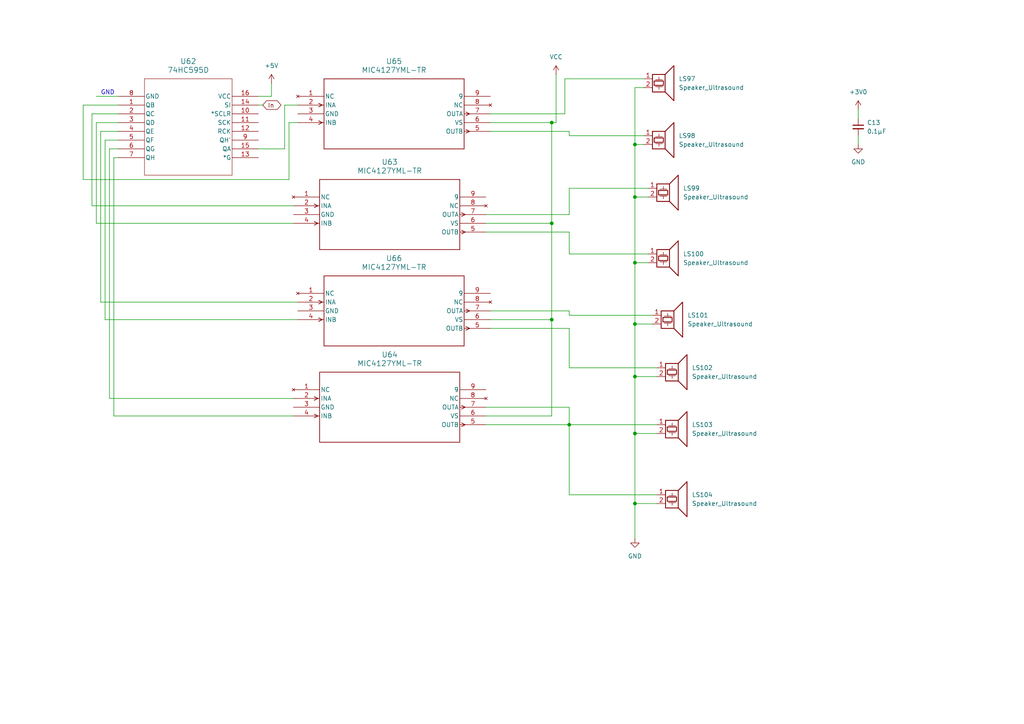
<source format=kicad_sch>
(kicad_sch (version 20250114) (generator "eeschema") (generator_version "9.0")
  (paper "A4")
  (lib_symbols
    (symbol "2025-12-28_09-02-17:MIC4127YML-TR" (pin_names (offset 0.254))
      (property "Reference" "U" (at 27.94 10.16 0))
      (property "Value" "MIC4127YML-TR" (at 27.94 7.62 0))
      (symbol "MIC4127YML-TR_0_1"
        (polyline (pts (xy 7.0993 -2.54) (xy 6.0579 -2.0193)) (stroke (width 0.2032)))
        (polyline (pts (xy 7.0993 -2.54) (xy 6.0579 -3.0607)) (stroke (width 0.2032)))
        (polyline (pts (xy 7.0993 -7.62) (xy 6.0579 -7.0993)) (stroke (width 0.2032)))
        (polyline (pts (xy 7.0993 -7.62) (xy 6.0579 -8.1407)) (stroke (width 0.2032)))
        (polyline (pts (xy 7.62 5.08) (xy 7.62 -15.24)) (stroke (width 0.2032)))
        (polyline (pts (xy 7.62 -15.24) (xy 48.26 -15.24)) (stroke (width 0.2032)))
        (polyline (pts (xy 48.26 5.08) (xy 7.62 5.08)) (stroke (width 0.2032)))
        (polyline (pts (xy 48.26 -15.24) (xy 48.26 5.08)) (stroke (width 0.2032)))
        (polyline (pts (xy 48.7807 -4.5593) (xy 49.8221 -5.08)) (stroke (width 0.2032)))
        (polyline (pts (xy 48.7807 -5.6007) (xy 49.8221 -5.08)) (stroke (width 0.2032)))
        (polyline (pts (xy 48.7807 -9.6393) (xy 49.8221 -10.16)) (stroke (width 0.2032)))
        (polyline (pts (xy 48.7807 -10.6807) (xy 49.8221 -10.16)) (stroke (width 0.2032)))
        (pin no_connect line (at 0 0 0) (length 7.62) (name "NC") (number "1"))
        (pin input line (at 0 -2.54 0) (length 7.62) (name "INA") (number "2"))
        (pin power_in line (at 0 -5.08 0) (length 7.62) (name "GND") (number "3"))
        (pin input line (at 0 -7.62 0) (length 7.62) (name "INB") (number "4"))
        (pin unspecified line (at 55.88 0 180) (length 7.62) (name "9") (number "9"))
        (pin no_connect line (at 55.88 -2.54 180) (length 7.62) (name "NC") (number "8"))
        (pin output line (at 55.88 -5.08 180) (length 7.62) (name "OUTA") (number "7"))
        (pin power_in line (at 55.88 -7.62 180) (length 7.62) (name "VS") (number "6"))
        (pin output line (at 55.88 -10.16 180) (length 7.62) (name "OUTB") (number "5"))
      )
    )
    (symbol "2025-12-28_09-22-42:74HC595D" (pin_names (offset 0.254))
      (property "Reference" "U" (at 20.32 10.16 0))
      (property "Value" "74HC595D" (at 20.32 7.62 0))
      (symbol "74HC595D_0_1"
        (polyline (pts (xy 7.62 5.08) (xy 7.62 -22.86)) (stroke (width 0.127)))
        (polyline (pts (xy 7.62 -22.86) (xy 33.02 -22.86)) (stroke (width 0.127)))
        (polyline (pts (xy 33.02 5.08) (xy 7.62 5.08)) (stroke (width 0.127)))
        (polyline (pts (xy 33.02 -22.86) (xy 33.02 5.08)) (stroke (width 0.127)))
        (pin power_out line (at 0 0 0) (length 7.62) (name "GND") (number "8"))
        (pin output line (at 0 -2.54 0) (length 7.62) (name "QB") (number "1"))
        (pin output line (at 0 -5.08 0) (length 7.62) (name "QC") (number "2"))
        (pin output line (at 0 -7.62 0) (length 7.62) (name "QD") (number "3"))
        (pin output line (at 0 -10.16 0) (length 7.62) (name "QE") (number "4"))
        (pin output line (at 0 -12.7 0) (length 7.62) (name "QF") (number "5"))
        (pin output line (at 0 -15.24 0) (length 7.62) (name "QG") (number "6"))
        (pin output line (at 0 -17.78 0) (length 7.62) (name "QH") (number "7"))
        (pin power_in line (at 40.64 0 180) (length 7.62) (name "VCC") (number "16"))
        (pin input line (at 40.64 -2.54 180) (length 7.62) (name "SI") (number "14"))
        (pin input line (at 40.64 -5.08 180) (length 7.62) (name "*SCLR") (number "10"))
        (pin input line (at 40.64 -7.62 180) (length 7.62) (name "SCK") (number "11"))
        (pin input line (at 40.64 -10.16 180) (length 7.62) (name "RCK") (number "12"))
        (pin output line (at 40.64 -12.7 180) (length 7.62) (name "QH'") (number "9"))
        (pin output line (at 40.64 -15.24 180) (length 7.62) (name "QA") (number "15"))
        (pin input line (at 40.64 -17.78 180) (length 7.62) (name "*G") (number "13"))
      )
    )
    (symbol "Device:C_Small" (pin_numbers (hide yes)) (pin_names (offset 0.254) (hide yes))
      (property "Reference" "C" (at 0.254 1.778 0))
      (property "Value" "C_Small" (at 0.254 -2.032 0))
      (symbol "C_Small_0_1"
        (polyline (pts (xy -1.524 0.508) (xy 1.524 0.508)) (stroke (width 0.3048)))
        (polyline (pts (xy -1.524 -0.508) (xy 1.524 -0.508)) (stroke (width 0.3302)))
      )
      (symbol "C_Small_1_1"
        (pin passive line (at 0 2.54 270) (length 2.032) (name "~") (number "1"))
        (pin passive line (at 0 -2.54 90) (length 2.032) (name "~") (number "2"))
      )
    )
    (symbol "Device:Speaker_Ultrasound" (pin_names (offset 0) (hide yes))
      (property "Reference" "LS" (at 0.635 5.715 0))
      (property "Value" "Speaker_Ultrasound" (at 0.635 3.81 0))
      (symbol "Speaker_Ultrasound_0_0"
        (rectangle (start -2.54 1.27) (end 1.143 -3.81) (stroke (width 0.254)))
        (rectangle (start -2.032 -0.635) (end 0.635 -1.905) (stroke (width 0.254)))
        (polyline (pts (xy -1.651 -0.254) (xy 0.381 -0.254)))
        (polyline (pts (xy -1.651 -2.286) (xy 0.381 -2.286)))
        (polyline (pts (xy -0.635 -0.254) (xy -0.635 0.508)))
        (polyline (pts (xy -0.635 -2.286) (xy -0.635 -3.048)))
        (polyline (pts (xy 1.143 1.27) (xy 3.683 3.81) (xy 3.683 -6.35) (xy 1.143 -3.81)) (stroke (width 0.254)))
      )
      (symbol "Speaker_Ultrasound_1_1"
        (pin input line (at -5.08 0 0) (length 2.54) (name "1") (number "1"))
        (pin input line (at -5.08 -2.54 0) (length 2.54) (name "2") (number "2"))
      )
    )
    (symbol "power:+3V0" (power) (pin_numbers (hide yes)) (pin_names (offset 0) (hide yes))
      (property "Value" "+3V0" (at 0 3.556 0))
      (symbol "+3V0_0_1"
        (polyline (pts (xy -0.762 1.27) (xy 0 2.54)))
        (polyline (pts (xy 0 2.54) (xy 0.762 1.27)))
        (polyline (pts (xy 0 0) (xy 0 2.54)))
      )
      (symbol "+3V0_1_1"
        (pin power_in line (at 0 0 90) (length 0) (name "~") (number "1"))
      )
    )
    (symbol "power:+5V" (power) (pin_numbers (hide yes)) (pin_names (offset 0) (hide yes))
      (property "Value" "+5V" (at 0 3.556 0))
      (symbol "+5V_0_1"
        (polyline (pts (xy -0.762 1.27) (xy 0 2.54)))
        (polyline (pts (xy 0 2.54) (xy 0.762 1.27)))
        (polyline (pts (xy 0 0) (xy 0 2.54)))
      )
      (symbol "+5V_1_1"
        (pin power_in line (at 0 0 90) (length 0) (name "~") (number "1"))
      )
    )
    (symbol "power:GND" (power) (pin_numbers (hide yes)) (pin_names (offset 0) (hide yes))
      (property "Value" "GND" (at 0 -3.81 0))
      (symbol "GND_0_1"
        (polyline (pts (xy 0 0) (xy 0 -1.27) (xy 1.27 -1.27) (xy 0 -2.54) (xy -1.27 -1.27) (xy 0 -1.27)))
      )
      (symbol "GND_1_1"
        (pin power_in line (at 0 0 270) (length 0) (name "~") (number "1"))
      )
    )
    (symbol "power:VCC" (power) (pin_numbers (hide yes)) (pin_names (offset 0) (hide yes))
      (property "Value" "VCC" (at 0 3.556 0))
      (symbol "VCC_0_1"
        (polyline (pts (xy -0.762 1.27) (xy 0 2.54)))
        (polyline (pts (xy 0 2.54) (xy 0.762 1.27)))
        (polyline (pts (xy 0 0) (xy 0 2.54)))
      )
      (symbol "VCC_1_1"
        (pin power_in line (at 0 0 90) (length 0) (name "~") (number "1"))
      )
    )
  )
  (text "GND" (at 31.242 26.924 0) (effects (font (size 1.27 1.27))))
  (junction (at 184.15 76.2))
  (junction (at 160.02 92.71))
  (junction (at 184.15 93.98))
  (junction (at 184.15 109.22))
  (junction (at 165.1 123.19))
  (junction (at 160.02 35.56))
  (junction (at 184.15 57.15))
  (junction (at 184.15 125.73))
  (junction (at 184.15 146.05))
  (junction (at 184.15 41.91))
  (junction (at 160.02 64.77))
  (wire (pts (xy 24.13 30.48) (xy 24.13 52.07)))
  (wire (pts (xy 31.75 115.57) (xy 85.09 115.57)))
  (wire (pts (xy 190.5 146.05) (xy 184.15 146.05)))
  (wire (pts (xy 33.02 120.65) (xy 85.09 120.65)))
  (wire (pts (xy 29.21 87.63) (xy 86.36 87.63)))
  (wire (pts (xy 165.1 106.68) (xy 190.5 106.68)))
  (wire (pts (xy 184.15 125.73) (xy 190.5 125.73)))
  (wire (pts (xy 184.15 109.22) (xy 184.15 125.73)))
  (wire (pts (xy 160.02 35.56) (xy 161.29 35.56)))
  (wire (pts (xy 142.24 38.1) (xy 165.1 38.1)))
  (wire (pts (xy 34.29 35.56) (xy 27.94 35.56)))
  (wire (pts (xy 74.93 43.18) (xy 82.55 43.18)))
  (wire (pts (xy 160.02 92.71) (xy 160.02 120.65)))
  (wire (pts (xy 78.74 24.13) (xy 78.74 27.94)))
  (wire (pts (xy 140.97 64.77) (xy 160.02 64.77)))
  (wire (pts (xy 140.97 118.11) (xy 165.1 118.11)))
  (wire (pts (xy 142.24 95.25) (xy 165.1 95.25)))
  (wire (pts (xy 24.13 52.07) (xy 83.82 52.07)))
  (wire (pts (xy 160.02 35.56) (xy 160.02 64.77)))
  (wire (pts (xy 248.92 31.75) (xy 248.92 34.29)))
  (wire (pts (xy 165.1 91.44) (xy 189.23 91.44)))
  (wire (pts (xy 142.24 90.17) (xy 165.1 90.17)))
  (wire (pts (xy 184.15 57.15) (xy 184.15 76.2)))
  (wire (pts (xy 161.29 21.59) (xy 161.29 35.56)))
  (wire (pts (xy 165.1 62.23) (xy 165.1 54.61)))
  (wire (pts (xy 165.1 123.19) (xy 190.5 123.19)))
  (wire (pts (xy 33.02 45.72) (xy 33.02 120.65)))
  (wire (pts (xy 184.15 109.22) (xy 190.5 109.22)))
  (wire (pts (xy 34.29 40.64) (xy 30.48 40.64)))
  (wire (pts (xy 165.1 38.1) (xy 165.1 39.37)))
  (wire (pts (xy 163.83 33.02) (xy 163.83 22.86)))
  (wire (pts (xy 163.83 22.86) (xy 186.69 22.86)))
  (wire (pts (xy 74.93 27.94) (xy 78.74 27.94)))
  (wire (pts (xy 34.29 38.1) (xy 29.21 38.1)))
  (wire (pts (xy 26.67 59.69) (xy 85.09 59.69)))
  (wire (pts (xy 31.75 43.18) (xy 31.75 115.57)))
  (wire (pts (xy 83.82 52.07) (xy 83.82 35.56)))
  (wire (pts (xy 160.02 64.77) (xy 160.02 92.71)))
  (wire (pts (xy 34.29 45.72) (xy 33.02 45.72)))
  (wire (pts (xy 29.21 38.1) (xy 29.21 87.63)))
  (wire (pts (xy 82.55 30.48) (xy 86.36 30.48)))
  (wire (pts (xy 165.1 67.31) (xy 165.1 73.66)))
  (wire (pts (xy 26.67 33.02) (xy 26.67 59.69)))
  (wire (pts (xy 165.1 123.19) (xy 165.1 143.51)))
  (wire (pts (xy 27.94 35.56) (xy 27.94 64.77)))
  (wire (pts (xy 165.1 90.17) (xy 165.1 91.44)))
  (wire (pts (xy 184.15 57.15) (xy 187.96 57.15)))
  (wire (pts (xy 184.15 76.2) (xy 184.15 93.98)))
  (wire (pts (xy 184.15 41.91) (xy 186.69 41.91)))
  (wire (pts (xy 184.15 25.4) (xy 184.15 41.91)))
  (wire (pts (xy 140.97 67.31) (xy 165.1 67.31)))
  (wire (pts (xy 27.94 27.94) (xy 34.29 27.94)))
  (wire (pts (xy 142.24 33.02) (xy 163.83 33.02)))
  (wire (pts (xy 165.1 54.61) (xy 187.96 54.61)))
  (wire (pts (xy 184.15 76.2) (xy 187.96 76.2)))
  (wire (pts (xy 248.92 39.37) (xy 248.92 41.91)))
  (wire (pts (xy 184.15 41.91) (xy 184.15 57.15)))
  (wire (pts (xy 34.29 43.18) (xy 31.75 43.18)))
  (wire (pts (xy 30.48 92.71) (xy 86.36 92.71)))
  (wire (pts (xy 34.29 33.02) (xy 26.67 33.02)))
  (wire (pts (xy 165.1 73.66) (xy 187.96 73.66)))
  (wire (pts (xy 165.1 95.25) (xy 165.1 106.68)))
  (wire (pts (xy 165.1 39.37) (xy 186.69 39.37)))
  (wire (pts (xy 34.29 30.48) (xy 24.13 30.48)))
  (wire (pts (xy 165.1 118.11) (xy 165.1 123.19)))
  (wire (pts (xy 184.15 146.05) (xy 184.15 156.21)))
  (wire (pts (xy 184.15 93.98) (xy 184.15 109.22)))
  (wire (pts (xy 184.15 93.98) (xy 189.23 93.98)))
  (wire (pts (xy 140.97 62.23) (xy 165.1 62.23)))
  (wire (pts (xy 82.55 43.18) (xy 82.55 30.48)))
  (wire (pts (xy 74.93 30.48) (xy 76.2 30.48)))
  (wire (pts (xy 140.97 123.19) (xy 165.1 123.19)))
  (wire (pts (xy 142.24 35.56) (xy 160.02 35.56)))
  (wire (pts (xy 165.1 143.51) (xy 190.5 143.51)))
  (wire (pts (xy 142.24 92.71) (xy 160.02 92.71)))
  (wire (pts (xy 140.97 120.65) (xy 160.02 120.65)))
  (wire (pts (xy 83.82 35.56) (xy 86.36 35.56)))
  (wire (pts (xy 30.48 40.64) (xy 30.48 92.71)))
  (wire (pts (xy 27.94 64.77) (xy 85.09 64.77)))
  (wire (pts (xy 184.15 125.73) (xy 184.15 146.05)))
  (wire (pts (xy 186.69 25.4) (xy 184.15 25.4)))
  (global_label "In" (shape bidirectional) (at 76.2 30.48 0) (property "Intersheetrefs" "${INTERSHEET_REFS}" (effects (hide yes))))
  (symbol (lib_id "Device:Speaker_Ultrasound") (at 194.31 91.44 0) (unit 1)
    (property "Reference" "LS101" (at 199.39 91.4399 0) (effects (justify left)))
    (property "Value" "Speaker_Ultrasound" (at 199.39 93.9799 0) (effects (justify left)))
    (property "Description" "Ultrasonic transducer" (effects (hide yes)))
  )
  (symbol (lib_id "2025-12-28_09-22-42:74HC595D") (at 34.29 27.94 0) (unit 1)
    (property "Reference" "U62" (at 54.61 17.78 0) (effects (font (size 1.524 1.524))))
    (property "Value" "74HC595D" (at 54.61 20.32 0) (effects (font (size 1.524 1.524))))
    (property "Footprint" "SOIC16_TOS" (effects (hide yes)))
    (property "Datasheet" "https://toshiba.semicon-storage.com/info/docget.jsp?did=36768&prodName=74HC595D" (effects (hide yes)))
  )
  (symbol (lib_id "Device:Speaker_Ultrasound") (at 195.58 106.68 0) (unit 1)
    (property "Reference" "LS102" (at 200.66 106.6799 0) (effects (justify left)))
    (property "Value" "Speaker_Ultrasound" (at 200.66 109.2199 0) (effects (justify left)))
    (property "Description" "Ultrasonic transducer" (effects (hide yes)))
  )
  (symbol (lib_id "Device:C_Small") (at 248.92 36.83 0) (unit 1)
    (property "Reference" "C13" (at 251.46 35.5662 0) (effects (justify left)))
    (property "Value" "0.1μF" (at 251.46 38.1062 0) (effects (justify left)))
    (property "Description" "Unpolarized capacitor, small symbol" (effects (hide yes)))
  )
  (symbol (lib_id "2025-12-28_09-02-17:MIC4127YML-TR") (at 86.36 27.94 0) (unit 1)
    (property "Reference" "U65" (at 114.3 17.78 0) (effects (font (size 1.524 1.524))))
    (property "Value" "MIC4127YML-TR" (at 114.3 20.32 0) (effects (font (size 1.524 1.524))))
    (property "Footprint" "MLF-8_ML_MCH" (effects (hide yes)))
    (property "Datasheet" "MIC4127YML-TR" (effects (hide yes)))
  )
  (symbol (lib_id "Device:Speaker_Ultrasound") (at 193.04 73.66 0) (unit 1)
    (property "Reference" "LS100" (at 198.12 73.6599 0) (effects (justify left)))
    (property "Value" "Speaker_Ultrasound" (at 198.12 76.1999 0) (effects (justify left)))
    (property "Description" "Ultrasonic transducer" (effects (hide yes)))
  )
  (symbol (lib_id "power:+3V0") (at 248.92 31.75 0) (unit 1)
    (property "Reference" "#PWR064" (effects (hide yes)))
    (property "Value" "+3V0" (at 248.92 26.67 0))
    (property "Description" "Power symbol creates a global label with name \"+3V0\"" (effects (hide yes)))
  )
  (symbol (lib_id "power:VCC") (at 161.29 21.59 0) (unit 1)
    (property "Reference" "#PWR062" (effects (hide yes)))
    (property "Value" "VCC" (at 161.29 16.51 0))
    (property "Description" "Power symbol creates a global label with name \"VCC\"" (effects (hide yes)))
  )
  (symbol (lib_id "Device:Speaker_Ultrasound") (at 193.04 54.61 0) (unit 1)
    (property "Reference" "LS99" (at 198.12 54.6099 0) (effects (justify left)))
    (property "Value" "Speaker_Ultrasound" (at 198.12 57.1499 0) (effects (justify left)))
    (property "Description" "Ultrasonic transducer" (effects (hide yes)))
  )
  (symbol (lib_id "power:GND") (at 184.15 156.21 0) (unit 1)
    (property "Reference" "#PWR063" (effects (hide yes)))
    (property "Value" "GND" (at 184.15 161.29 0))
    (property "Description" "Power symbol creates a global label with name \"GND\" , ground" (effects (hide yes)))
  )
  (symbol (lib_id "2025-12-28_09-02-17:MIC4127YML-TR") (at 85.09 57.15 0) (unit 1)
    (property "Reference" "U63" (at 113.03 46.99 0) (effects (font (size 1.524 1.524))))
    (property "Value" "MIC4127YML-TR" (at 113.03 49.53 0) (effects (font (size 1.524 1.524))))
    (property "Footprint" "MLF-8_ML_MCH" (effects (hide yes)))
    (property "Datasheet" "MIC4127YML-TR" (effects (hide yes)))
  )
  (symbol (lib_id "Device:Speaker_Ultrasound") (at 195.58 143.51 0) (unit 1)
    (property "Reference" "LS104" (at 200.66 143.5099 0) (effects (justify left)))
    (property "Value" "Speaker_Ultrasound" (at 200.66 146.0499 0) (effects (justify left)))
    (property "Description" "Ultrasonic transducer" (effects (hide yes)))
  )
  (symbol (lib_id "power:GND") (at 248.92 41.91 0) (unit 1)
    (property "Reference" "#PWR065" (effects (hide yes)))
    (property "Value" "GND" (at 248.92 46.99 0))
    (property "Description" "Power symbol creates a global label with name \"GND\" , ground" (effects (hide yes)))
  )
  (symbol (lib_id "Device:Speaker_Ultrasound") (at 195.58 123.19 0) (unit 1)
    (property "Reference" "LS103" (at 200.66 123.1899 0) (effects (justify left)))
    (property "Value" "Speaker_Ultrasound" (at 200.66 125.7299 0) (effects (justify left)))
    (property "Description" "Ultrasonic transducer" (effects (hide yes)))
  )
  (symbol (lib_id "2025-12-28_09-02-17:MIC4127YML-TR") (at 85.09 113.03 0) (unit 1)
    (property "Reference" "U64" (at 113.03 102.87 0) (effects (font (size 1.524 1.524))))
    (property "Value" "MIC4127YML-TR" (at 113.03 105.41 0) (effects (font (size 1.524 1.524))))
    (property "Footprint" "MLF-8_ML_MCH" (effects (hide yes)))
    (property "Datasheet" "MIC4127YML-TR" (effects (hide yes)))
  )
  (symbol (lib_id "Device:Speaker_Ultrasound") (at 191.77 39.37 0) (unit 1)
    (property "Reference" "LS98" (at 196.85 39.3699 0) (effects (justify left)))
    (property "Value" "Speaker_Ultrasound" (at 196.85 41.9099 0) (effects (justify left)))
    (property "Description" "Ultrasonic transducer" (effects (hide yes)))
  )
  (symbol (lib_id "Device:Speaker_Ultrasound") (at 191.77 22.86 0) (unit 1)
    (property "Reference" "LS97" (at 196.85 22.8599 0) (effects (justify left)))
    (property "Value" "Speaker_Ultrasound" (at 196.85 25.3999 0) (effects (justify left)))
    (property "Description" "Ultrasonic transducer" (effects (hide yes)))
  )
  (symbol (lib_id "2025-12-28_09-02-17:MIC4127YML-TR") (at 86.36 85.09 0) (unit 1)
    (property "Reference" "U66" (at 114.3 74.93 0) (effects (font (size 1.524 1.524))))
    (property "Value" "MIC4127YML-TR" (at 114.3 77.47 0) (effects (font (size 1.524 1.524))))
    (property "Footprint" "MLF-8_ML_MCH" (effects (hide yes)))
    (property "Datasheet" "MIC4127YML-TR" (effects (hide yes)))
  )
  (symbol (lib_id "power:+5V") (at 78.74 24.13 0) (unit 1)
    (property "Reference" "#PWR061" (effects (hide yes)))
    (property "Value" "+5V" (at 78.74 19.05 0))
    (property "Description" "Power symbol creates a global label with name \"+5V\"" (effects (hide yes)))
  )
)
</source>
